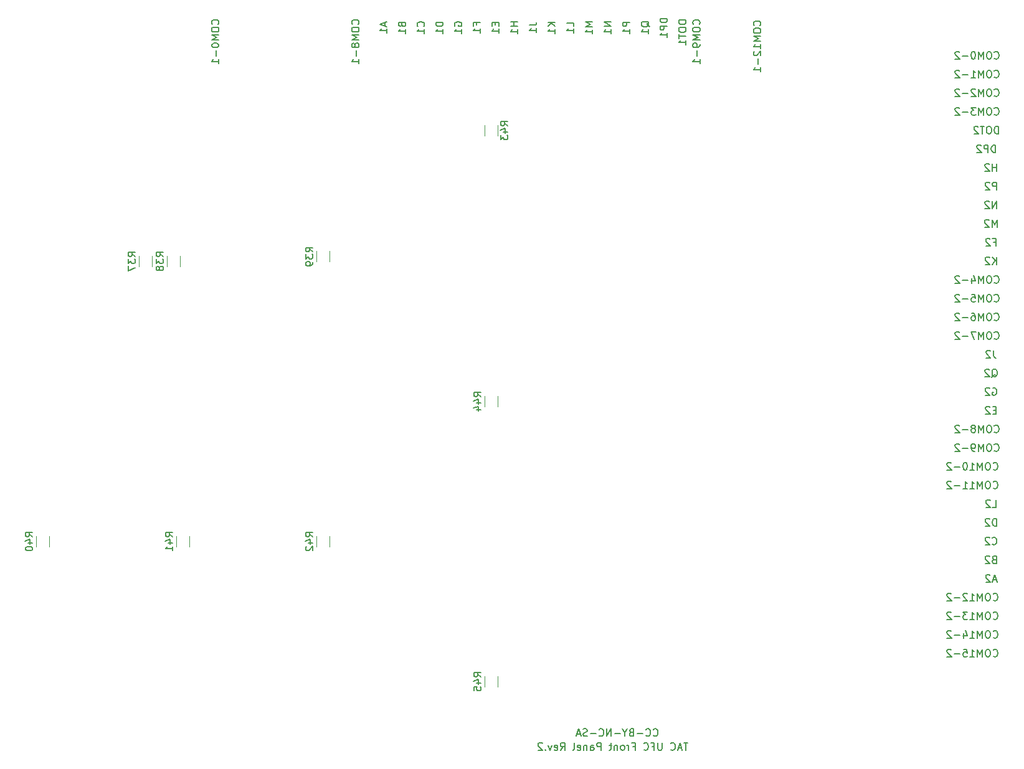
<source format=gbr>
%TF.GenerationSoftware,KiCad,Pcbnew,(5.1.9)-1*%
%TF.CreationDate,2021-06-11T12:31:16-04:00*%
%TF.ProjectId,UFC,5546432e-6b69-4636-9164-5f7063625858,rev?*%
%TF.SameCoordinates,Original*%
%TF.FileFunction,Legend,Bot*%
%TF.FilePolarity,Positive*%
%FSLAX46Y46*%
G04 Gerber Fmt 4.6, Leading zero omitted, Abs format (unit mm)*
G04 Created by KiCad (PCBNEW (5.1.9)-1) date 2021-06-11 12:31:16*
%MOMM*%
%LPD*%
G01*
G04 APERTURE LIST*
%ADD10C,0.150000*%
%ADD11C,0.120000*%
G04 APERTURE END LIST*
D10*
X107672142Y-52887857D02*
X107719761Y-52840238D01*
X107767380Y-52697380D01*
X107767380Y-52602142D01*
X107719761Y-52459285D01*
X107624523Y-52364047D01*
X107529285Y-52316428D01*
X107338809Y-52268809D01*
X107195952Y-52268809D01*
X107005476Y-52316428D01*
X106910238Y-52364047D01*
X106815000Y-52459285D01*
X106767380Y-52602142D01*
X106767380Y-52697380D01*
X106815000Y-52840238D01*
X106862619Y-52887857D01*
X106767380Y-53506904D02*
X106767380Y-53697380D01*
X106815000Y-53792619D01*
X106910238Y-53887857D01*
X107100714Y-53935476D01*
X107434047Y-53935476D01*
X107624523Y-53887857D01*
X107719761Y-53792619D01*
X107767380Y-53697380D01*
X107767380Y-53506904D01*
X107719761Y-53411666D01*
X107624523Y-53316428D01*
X107434047Y-53268809D01*
X107100714Y-53268809D01*
X106910238Y-53316428D01*
X106815000Y-53411666D01*
X106767380Y-53506904D01*
X107767380Y-54364047D02*
X106767380Y-54364047D01*
X107481666Y-54697380D01*
X106767380Y-55030714D01*
X107767380Y-55030714D01*
X106767380Y-55697380D02*
X106767380Y-55792619D01*
X106815000Y-55887857D01*
X106862619Y-55935476D01*
X106957857Y-55983095D01*
X107148333Y-56030714D01*
X107386428Y-56030714D01*
X107576904Y-55983095D01*
X107672142Y-55935476D01*
X107719761Y-55887857D01*
X107767380Y-55792619D01*
X107767380Y-55697380D01*
X107719761Y-55602142D01*
X107672142Y-55554523D01*
X107576904Y-55506904D01*
X107386428Y-55459285D01*
X107148333Y-55459285D01*
X106957857Y-55506904D01*
X106862619Y-55554523D01*
X106815000Y-55602142D01*
X106767380Y-55697380D01*
X107386428Y-56459285D02*
X107386428Y-57221190D01*
X107767380Y-58221190D02*
X107767380Y-57649761D01*
X107767380Y-57935476D02*
X106767380Y-57935476D01*
X106910238Y-57840238D01*
X107005476Y-57745000D01*
X107053095Y-57649761D01*
X126722142Y-52887857D02*
X126769761Y-52840238D01*
X126817380Y-52697380D01*
X126817380Y-52602142D01*
X126769761Y-52459285D01*
X126674523Y-52364047D01*
X126579285Y-52316428D01*
X126388809Y-52268809D01*
X126245952Y-52268809D01*
X126055476Y-52316428D01*
X125960238Y-52364047D01*
X125865000Y-52459285D01*
X125817380Y-52602142D01*
X125817380Y-52697380D01*
X125865000Y-52840238D01*
X125912619Y-52887857D01*
X125817380Y-53506904D02*
X125817380Y-53697380D01*
X125865000Y-53792619D01*
X125960238Y-53887857D01*
X126150714Y-53935476D01*
X126484047Y-53935476D01*
X126674523Y-53887857D01*
X126769761Y-53792619D01*
X126817380Y-53697380D01*
X126817380Y-53506904D01*
X126769761Y-53411666D01*
X126674523Y-53316428D01*
X126484047Y-53268809D01*
X126150714Y-53268809D01*
X125960238Y-53316428D01*
X125865000Y-53411666D01*
X125817380Y-53506904D01*
X126817380Y-54364047D02*
X125817380Y-54364047D01*
X126531666Y-54697380D01*
X125817380Y-55030714D01*
X126817380Y-55030714D01*
X126245952Y-55649761D02*
X126198333Y-55554523D01*
X126150714Y-55506904D01*
X126055476Y-55459285D01*
X126007857Y-55459285D01*
X125912619Y-55506904D01*
X125865000Y-55554523D01*
X125817380Y-55649761D01*
X125817380Y-55840238D01*
X125865000Y-55935476D01*
X125912619Y-55983095D01*
X126007857Y-56030714D01*
X126055476Y-56030714D01*
X126150714Y-55983095D01*
X126198333Y-55935476D01*
X126245952Y-55840238D01*
X126245952Y-55649761D01*
X126293571Y-55554523D01*
X126341190Y-55506904D01*
X126436428Y-55459285D01*
X126626904Y-55459285D01*
X126722142Y-55506904D01*
X126769761Y-55554523D01*
X126817380Y-55649761D01*
X126817380Y-55840238D01*
X126769761Y-55935476D01*
X126722142Y-55983095D01*
X126626904Y-56030714D01*
X126436428Y-56030714D01*
X126341190Y-55983095D01*
X126293571Y-55935476D01*
X126245952Y-55840238D01*
X126436428Y-56459285D02*
X126436428Y-57221190D01*
X126817380Y-58221190D02*
X126817380Y-57649761D01*
X126817380Y-57935476D02*
X125817380Y-57935476D01*
X125960238Y-57840238D01*
X126055476Y-57745000D01*
X126103095Y-57649761D01*
X130341666Y-52625714D02*
X130341666Y-53101904D01*
X130627380Y-52530476D02*
X129627380Y-52863809D01*
X130627380Y-53197142D01*
X130627380Y-54054285D02*
X130627380Y-53482857D01*
X130627380Y-53768571D02*
X129627380Y-53768571D01*
X129770238Y-53673333D01*
X129865476Y-53578095D01*
X129913095Y-53482857D01*
X132643571Y-52935238D02*
X132691190Y-53078095D01*
X132738809Y-53125714D01*
X132834047Y-53173333D01*
X132976904Y-53173333D01*
X133072142Y-53125714D01*
X133119761Y-53078095D01*
X133167380Y-52982857D01*
X133167380Y-52601904D01*
X132167380Y-52601904D01*
X132167380Y-52935238D01*
X132215000Y-53030476D01*
X132262619Y-53078095D01*
X132357857Y-53125714D01*
X132453095Y-53125714D01*
X132548333Y-53078095D01*
X132595952Y-53030476D01*
X132643571Y-52935238D01*
X132643571Y-52601904D01*
X133167380Y-54125714D02*
X133167380Y-53554285D01*
X133167380Y-53840000D02*
X132167380Y-53840000D01*
X132310238Y-53744761D01*
X132405476Y-53649523D01*
X132453095Y-53554285D01*
X135612142Y-53173333D02*
X135659761Y-53125714D01*
X135707380Y-52982857D01*
X135707380Y-52887619D01*
X135659761Y-52744761D01*
X135564523Y-52649523D01*
X135469285Y-52601904D01*
X135278809Y-52554285D01*
X135135952Y-52554285D01*
X134945476Y-52601904D01*
X134850238Y-52649523D01*
X134755000Y-52744761D01*
X134707380Y-52887619D01*
X134707380Y-52982857D01*
X134755000Y-53125714D01*
X134802619Y-53173333D01*
X135707380Y-54125714D02*
X135707380Y-53554285D01*
X135707380Y-53840000D02*
X134707380Y-53840000D01*
X134850238Y-53744761D01*
X134945476Y-53649523D01*
X134993095Y-53554285D01*
X138247380Y-52601904D02*
X137247380Y-52601904D01*
X137247380Y-52840000D01*
X137295000Y-52982857D01*
X137390238Y-53078095D01*
X137485476Y-53125714D01*
X137675952Y-53173333D01*
X137818809Y-53173333D01*
X138009285Y-53125714D01*
X138104523Y-53078095D01*
X138199761Y-52982857D01*
X138247380Y-52840000D01*
X138247380Y-52601904D01*
X138247380Y-54125714D02*
X138247380Y-53554285D01*
X138247380Y-53840000D02*
X137247380Y-53840000D01*
X137390238Y-53744761D01*
X137485476Y-53649523D01*
X137533095Y-53554285D01*
X139835000Y-53125714D02*
X139787380Y-53030476D01*
X139787380Y-52887619D01*
X139835000Y-52744761D01*
X139930238Y-52649523D01*
X140025476Y-52601904D01*
X140215952Y-52554285D01*
X140358809Y-52554285D01*
X140549285Y-52601904D01*
X140644523Y-52649523D01*
X140739761Y-52744761D01*
X140787380Y-52887619D01*
X140787380Y-52982857D01*
X140739761Y-53125714D01*
X140692142Y-53173333D01*
X140358809Y-53173333D01*
X140358809Y-52982857D01*
X140787380Y-54125714D02*
X140787380Y-53554285D01*
X140787380Y-53840000D02*
X139787380Y-53840000D01*
X139930238Y-53744761D01*
X140025476Y-53649523D01*
X140073095Y-53554285D01*
X142803571Y-53006666D02*
X142803571Y-52673333D01*
X143327380Y-52673333D02*
X142327380Y-52673333D01*
X142327380Y-53149523D01*
X143327380Y-54054285D02*
X143327380Y-53482857D01*
X143327380Y-53768571D02*
X142327380Y-53768571D01*
X142470238Y-53673333D01*
X142565476Y-53578095D01*
X142613095Y-53482857D01*
X145343571Y-52649523D02*
X145343571Y-52982857D01*
X145867380Y-53125714D02*
X145867380Y-52649523D01*
X144867380Y-52649523D01*
X144867380Y-53125714D01*
X145867380Y-54078095D02*
X145867380Y-53506666D01*
X145867380Y-53792380D02*
X144867380Y-53792380D01*
X145010238Y-53697142D01*
X145105476Y-53601904D01*
X145153095Y-53506666D01*
X148407380Y-52578095D02*
X147407380Y-52578095D01*
X147883571Y-52578095D02*
X147883571Y-53149523D01*
X148407380Y-53149523D02*
X147407380Y-53149523D01*
X148407380Y-54149523D02*
X148407380Y-53578095D01*
X148407380Y-53863809D02*
X147407380Y-53863809D01*
X147550238Y-53768571D01*
X147645476Y-53673333D01*
X147693095Y-53578095D01*
X149947380Y-53006666D02*
X150661666Y-53006666D01*
X150804523Y-52959047D01*
X150899761Y-52863809D01*
X150947380Y-52720952D01*
X150947380Y-52625714D01*
X150947380Y-54006666D02*
X150947380Y-53435238D01*
X150947380Y-53720952D02*
X149947380Y-53720952D01*
X150090238Y-53625714D01*
X150185476Y-53530476D01*
X150233095Y-53435238D01*
X153487380Y-52601904D02*
X152487380Y-52601904D01*
X153487380Y-53173333D02*
X152915952Y-52744761D01*
X152487380Y-53173333D02*
X153058809Y-52601904D01*
X153487380Y-54125714D02*
X153487380Y-53554285D01*
X153487380Y-53840000D02*
X152487380Y-53840000D01*
X152630238Y-53744761D01*
X152725476Y-53649523D01*
X152773095Y-53554285D01*
X156027380Y-53173333D02*
X156027380Y-52697142D01*
X155027380Y-52697142D01*
X156027380Y-54030476D02*
X156027380Y-53459047D01*
X156027380Y-53744761D02*
X155027380Y-53744761D01*
X155170238Y-53649523D01*
X155265476Y-53554285D01*
X155313095Y-53459047D01*
X158567380Y-52530476D02*
X157567380Y-52530476D01*
X158281666Y-52863809D01*
X157567380Y-53197142D01*
X158567380Y-53197142D01*
X158567380Y-54197142D02*
X158567380Y-53625714D01*
X158567380Y-53911428D02*
X157567380Y-53911428D01*
X157710238Y-53816190D01*
X157805476Y-53720952D01*
X157853095Y-53625714D01*
X161107380Y-52578095D02*
X160107380Y-52578095D01*
X161107380Y-53149523D01*
X160107380Y-53149523D01*
X161107380Y-54149523D02*
X161107380Y-53578095D01*
X161107380Y-53863809D02*
X160107380Y-53863809D01*
X160250238Y-53768571D01*
X160345476Y-53673333D01*
X160393095Y-53578095D01*
X163647380Y-52601904D02*
X162647380Y-52601904D01*
X162647380Y-52982857D01*
X162695000Y-53078095D01*
X162742619Y-53125714D01*
X162837857Y-53173333D01*
X162980714Y-53173333D01*
X163075952Y-53125714D01*
X163123571Y-53078095D01*
X163171190Y-52982857D01*
X163171190Y-52601904D01*
X163647380Y-54125714D02*
X163647380Y-53554285D01*
X163647380Y-53840000D02*
X162647380Y-53840000D01*
X162790238Y-53744761D01*
X162885476Y-53649523D01*
X162933095Y-53554285D01*
X166282619Y-53244761D02*
X166235000Y-53149523D01*
X166139761Y-53054285D01*
X165996904Y-52911428D01*
X165949285Y-52816190D01*
X165949285Y-52720952D01*
X166187380Y-52768571D02*
X166139761Y-52673333D01*
X166044523Y-52578095D01*
X165854047Y-52530476D01*
X165520714Y-52530476D01*
X165330238Y-52578095D01*
X165235000Y-52673333D01*
X165187380Y-52768571D01*
X165187380Y-52959047D01*
X165235000Y-53054285D01*
X165330238Y-53149523D01*
X165520714Y-53197142D01*
X165854047Y-53197142D01*
X166044523Y-53149523D01*
X166139761Y-53054285D01*
X166187380Y-52959047D01*
X166187380Y-52768571D01*
X166187380Y-54149523D02*
X166187380Y-53578095D01*
X166187380Y-53863809D02*
X165187380Y-53863809D01*
X165330238Y-53768571D01*
X165425476Y-53673333D01*
X165473095Y-53578095D01*
X168727380Y-52101904D02*
X167727380Y-52101904D01*
X167727380Y-52340000D01*
X167775000Y-52482857D01*
X167870238Y-52578095D01*
X167965476Y-52625714D01*
X168155952Y-52673333D01*
X168298809Y-52673333D01*
X168489285Y-52625714D01*
X168584523Y-52578095D01*
X168679761Y-52482857D01*
X168727380Y-52340000D01*
X168727380Y-52101904D01*
X168727380Y-53101904D02*
X167727380Y-53101904D01*
X167727380Y-53482857D01*
X167775000Y-53578095D01*
X167822619Y-53625714D01*
X167917857Y-53673333D01*
X168060714Y-53673333D01*
X168155952Y-53625714D01*
X168203571Y-53578095D01*
X168251190Y-53482857D01*
X168251190Y-53101904D01*
X168727380Y-54625714D02*
X168727380Y-54054285D01*
X168727380Y-54340000D02*
X167727380Y-54340000D01*
X167870238Y-54244761D01*
X167965476Y-54149523D01*
X168013095Y-54054285D01*
X173077142Y-52887857D02*
X173124761Y-52840238D01*
X173172380Y-52697380D01*
X173172380Y-52602142D01*
X173124761Y-52459285D01*
X173029523Y-52364047D01*
X172934285Y-52316428D01*
X172743809Y-52268809D01*
X172600952Y-52268809D01*
X172410476Y-52316428D01*
X172315238Y-52364047D01*
X172220000Y-52459285D01*
X172172380Y-52602142D01*
X172172380Y-52697380D01*
X172220000Y-52840238D01*
X172267619Y-52887857D01*
X172172380Y-53506904D02*
X172172380Y-53697380D01*
X172220000Y-53792619D01*
X172315238Y-53887857D01*
X172505714Y-53935476D01*
X172839047Y-53935476D01*
X173029523Y-53887857D01*
X173124761Y-53792619D01*
X173172380Y-53697380D01*
X173172380Y-53506904D01*
X173124761Y-53411666D01*
X173029523Y-53316428D01*
X172839047Y-53268809D01*
X172505714Y-53268809D01*
X172315238Y-53316428D01*
X172220000Y-53411666D01*
X172172380Y-53506904D01*
X173172380Y-54364047D02*
X172172380Y-54364047D01*
X172886666Y-54697380D01*
X172172380Y-55030714D01*
X173172380Y-55030714D01*
X173172380Y-55554523D02*
X173172380Y-55745000D01*
X173124761Y-55840238D01*
X173077142Y-55887857D01*
X172934285Y-55983095D01*
X172743809Y-56030714D01*
X172362857Y-56030714D01*
X172267619Y-55983095D01*
X172220000Y-55935476D01*
X172172380Y-55840238D01*
X172172380Y-55649761D01*
X172220000Y-55554523D01*
X172267619Y-55506904D01*
X172362857Y-55459285D01*
X172600952Y-55459285D01*
X172696190Y-55506904D01*
X172743809Y-55554523D01*
X172791428Y-55649761D01*
X172791428Y-55840238D01*
X172743809Y-55935476D01*
X172696190Y-55983095D01*
X172600952Y-56030714D01*
X172791428Y-56459285D02*
X172791428Y-57221190D01*
X173172380Y-58221190D02*
X173172380Y-57649761D01*
X173172380Y-57935476D02*
X172172380Y-57935476D01*
X172315238Y-57840238D01*
X172410476Y-57745000D01*
X172458095Y-57649761D01*
X171267380Y-52332142D02*
X170267380Y-52332142D01*
X170267380Y-52570238D01*
X170315000Y-52713095D01*
X170410238Y-52808333D01*
X170505476Y-52855952D01*
X170695952Y-52903571D01*
X170838809Y-52903571D01*
X171029285Y-52855952D01*
X171124523Y-52808333D01*
X171219761Y-52713095D01*
X171267380Y-52570238D01*
X171267380Y-52332142D01*
X170267380Y-53522619D02*
X170267380Y-53713095D01*
X170315000Y-53808333D01*
X170410238Y-53903571D01*
X170600714Y-53951190D01*
X170934047Y-53951190D01*
X171124523Y-53903571D01*
X171219761Y-53808333D01*
X171267380Y-53713095D01*
X171267380Y-53522619D01*
X171219761Y-53427380D01*
X171124523Y-53332142D01*
X170934047Y-53284523D01*
X170600714Y-53284523D01*
X170410238Y-53332142D01*
X170315000Y-53427380D01*
X170267380Y-53522619D01*
X170267380Y-54236904D02*
X170267380Y-54808333D01*
X171267380Y-54522619D02*
X170267380Y-54522619D01*
X171267380Y-55665476D02*
X171267380Y-55094047D01*
X171267380Y-55379761D02*
X170267380Y-55379761D01*
X170410238Y-55284523D01*
X170505476Y-55189285D01*
X170553095Y-55094047D01*
X181332142Y-53046666D02*
X181379761Y-52999047D01*
X181427380Y-52856190D01*
X181427380Y-52760952D01*
X181379761Y-52618095D01*
X181284523Y-52522857D01*
X181189285Y-52475238D01*
X180998809Y-52427619D01*
X180855952Y-52427619D01*
X180665476Y-52475238D01*
X180570238Y-52522857D01*
X180475000Y-52618095D01*
X180427380Y-52760952D01*
X180427380Y-52856190D01*
X180475000Y-52999047D01*
X180522619Y-53046666D01*
X180427380Y-53665714D02*
X180427380Y-53856190D01*
X180475000Y-53951428D01*
X180570238Y-54046666D01*
X180760714Y-54094285D01*
X181094047Y-54094285D01*
X181284523Y-54046666D01*
X181379761Y-53951428D01*
X181427380Y-53856190D01*
X181427380Y-53665714D01*
X181379761Y-53570476D01*
X181284523Y-53475238D01*
X181094047Y-53427619D01*
X180760714Y-53427619D01*
X180570238Y-53475238D01*
X180475000Y-53570476D01*
X180427380Y-53665714D01*
X181427380Y-54522857D02*
X180427380Y-54522857D01*
X181141666Y-54856190D01*
X180427380Y-55189523D01*
X181427380Y-55189523D01*
X181427380Y-56189523D02*
X181427380Y-55618095D01*
X181427380Y-55903809D02*
X180427380Y-55903809D01*
X180570238Y-55808571D01*
X180665476Y-55713333D01*
X180713095Y-55618095D01*
X180522619Y-56570476D02*
X180475000Y-56618095D01*
X180427380Y-56713333D01*
X180427380Y-56951428D01*
X180475000Y-57046666D01*
X180522619Y-57094285D01*
X180617857Y-57141904D01*
X180713095Y-57141904D01*
X180855952Y-57094285D01*
X181427380Y-56522857D01*
X181427380Y-57141904D01*
X181046428Y-57570476D02*
X181046428Y-58332380D01*
X181427380Y-59332380D02*
X181427380Y-58760952D01*
X181427380Y-59046666D02*
X180427380Y-59046666D01*
X180570238Y-58951428D01*
X180665476Y-58856190D01*
X180713095Y-58760952D01*
X213177142Y-57507142D02*
X213224761Y-57554761D01*
X213367619Y-57602380D01*
X213462857Y-57602380D01*
X213605714Y-57554761D01*
X213700952Y-57459523D01*
X213748571Y-57364285D01*
X213796190Y-57173809D01*
X213796190Y-57030952D01*
X213748571Y-56840476D01*
X213700952Y-56745238D01*
X213605714Y-56650000D01*
X213462857Y-56602380D01*
X213367619Y-56602380D01*
X213224761Y-56650000D01*
X213177142Y-56697619D01*
X212558095Y-56602380D02*
X212367619Y-56602380D01*
X212272380Y-56650000D01*
X212177142Y-56745238D01*
X212129523Y-56935714D01*
X212129523Y-57269047D01*
X212177142Y-57459523D01*
X212272380Y-57554761D01*
X212367619Y-57602380D01*
X212558095Y-57602380D01*
X212653333Y-57554761D01*
X212748571Y-57459523D01*
X212796190Y-57269047D01*
X212796190Y-56935714D01*
X212748571Y-56745238D01*
X212653333Y-56650000D01*
X212558095Y-56602380D01*
X211700952Y-57602380D02*
X211700952Y-56602380D01*
X211367619Y-57316666D01*
X211034285Y-56602380D01*
X211034285Y-57602380D01*
X210367619Y-56602380D02*
X210272380Y-56602380D01*
X210177142Y-56650000D01*
X210129523Y-56697619D01*
X210081904Y-56792857D01*
X210034285Y-56983333D01*
X210034285Y-57221428D01*
X210081904Y-57411904D01*
X210129523Y-57507142D01*
X210177142Y-57554761D01*
X210272380Y-57602380D01*
X210367619Y-57602380D01*
X210462857Y-57554761D01*
X210510476Y-57507142D01*
X210558095Y-57411904D01*
X210605714Y-57221428D01*
X210605714Y-56983333D01*
X210558095Y-56792857D01*
X210510476Y-56697619D01*
X210462857Y-56650000D01*
X210367619Y-56602380D01*
X209605714Y-57221428D02*
X208843809Y-57221428D01*
X208415238Y-56697619D02*
X208367619Y-56650000D01*
X208272380Y-56602380D01*
X208034285Y-56602380D01*
X207939047Y-56650000D01*
X207891428Y-56697619D01*
X207843809Y-56792857D01*
X207843809Y-56888095D01*
X207891428Y-57030952D01*
X208462857Y-57602380D01*
X207843809Y-57602380D01*
X213177142Y-60047142D02*
X213224761Y-60094761D01*
X213367619Y-60142380D01*
X213462857Y-60142380D01*
X213605714Y-60094761D01*
X213700952Y-59999523D01*
X213748571Y-59904285D01*
X213796190Y-59713809D01*
X213796190Y-59570952D01*
X213748571Y-59380476D01*
X213700952Y-59285238D01*
X213605714Y-59190000D01*
X213462857Y-59142380D01*
X213367619Y-59142380D01*
X213224761Y-59190000D01*
X213177142Y-59237619D01*
X212558095Y-59142380D02*
X212367619Y-59142380D01*
X212272380Y-59190000D01*
X212177142Y-59285238D01*
X212129523Y-59475714D01*
X212129523Y-59809047D01*
X212177142Y-59999523D01*
X212272380Y-60094761D01*
X212367619Y-60142380D01*
X212558095Y-60142380D01*
X212653333Y-60094761D01*
X212748571Y-59999523D01*
X212796190Y-59809047D01*
X212796190Y-59475714D01*
X212748571Y-59285238D01*
X212653333Y-59190000D01*
X212558095Y-59142380D01*
X211700952Y-60142380D02*
X211700952Y-59142380D01*
X211367619Y-59856666D01*
X211034285Y-59142380D01*
X211034285Y-60142380D01*
X210034285Y-60142380D02*
X210605714Y-60142380D01*
X210320000Y-60142380D02*
X210320000Y-59142380D01*
X210415238Y-59285238D01*
X210510476Y-59380476D01*
X210605714Y-59428095D01*
X209605714Y-59761428D02*
X208843809Y-59761428D01*
X208415238Y-59237619D02*
X208367619Y-59190000D01*
X208272380Y-59142380D01*
X208034285Y-59142380D01*
X207939047Y-59190000D01*
X207891428Y-59237619D01*
X207843809Y-59332857D01*
X207843809Y-59428095D01*
X207891428Y-59570952D01*
X208462857Y-60142380D01*
X207843809Y-60142380D01*
X213177142Y-62587142D02*
X213224761Y-62634761D01*
X213367619Y-62682380D01*
X213462857Y-62682380D01*
X213605714Y-62634761D01*
X213700952Y-62539523D01*
X213748571Y-62444285D01*
X213796190Y-62253809D01*
X213796190Y-62110952D01*
X213748571Y-61920476D01*
X213700952Y-61825238D01*
X213605714Y-61730000D01*
X213462857Y-61682380D01*
X213367619Y-61682380D01*
X213224761Y-61730000D01*
X213177142Y-61777619D01*
X212558095Y-61682380D02*
X212367619Y-61682380D01*
X212272380Y-61730000D01*
X212177142Y-61825238D01*
X212129523Y-62015714D01*
X212129523Y-62349047D01*
X212177142Y-62539523D01*
X212272380Y-62634761D01*
X212367619Y-62682380D01*
X212558095Y-62682380D01*
X212653333Y-62634761D01*
X212748571Y-62539523D01*
X212796190Y-62349047D01*
X212796190Y-62015714D01*
X212748571Y-61825238D01*
X212653333Y-61730000D01*
X212558095Y-61682380D01*
X211700952Y-62682380D02*
X211700952Y-61682380D01*
X211367619Y-62396666D01*
X211034285Y-61682380D01*
X211034285Y-62682380D01*
X210605714Y-61777619D02*
X210558095Y-61730000D01*
X210462857Y-61682380D01*
X210224761Y-61682380D01*
X210129523Y-61730000D01*
X210081904Y-61777619D01*
X210034285Y-61872857D01*
X210034285Y-61968095D01*
X210081904Y-62110952D01*
X210653333Y-62682380D01*
X210034285Y-62682380D01*
X209605714Y-62301428D02*
X208843809Y-62301428D01*
X208415238Y-61777619D02*
X208367619Y-61730000D01*
X208272380Y-61682380D01*
X208034285Y-61682380D01*
X207939047Y-61730000D01*
X207891428Y-61777619D01*
X207843809Y-61872857D01*
X207843809Y-61968095D01*
X207891428Y-62110952D01*
X208462857Y-62682380D01*
X207843809Y-62682380D01*
X213177142Y-65127142D02*
X213224761Y-65174761D01*
X213367619Y-65222380D01*
X213462857Y-65222380D01*
X213605714Y-65174761D01*
X213700952Y-65079523D01*
X213748571Y-64984285D01*
X213796190Y-64793809D01*
X213796190Y-64650952D01*
X213748571Y-64460476D01*
X213700952Y-64365238D01*
X213605714Y-64270000D01*
X213462857Y-64222380D01*
X213367619Y-64222380D01*
X213224761Y-64270000D01*
X213177142Y-64317619D01*
X212558095Y-64222380D02*
X212367619Y-64222380D01*
X212272380Y-64270000D01*
X212177142Y-64365238D01*
X212129523Y-64555714D01*
X212129523Y-64889047D01*
X212177142Y-65079523D01*
X212272380Y-65174761D01*
X212367619Y-65222380D01*
X212558095Y-65222380D01*
X212653333Y-65174761D01*
X212748571Y-65079523D01*
X212796190Y-64889047D01*
X212796190Y-64555714D01*
X212748571Y-64365238D01*
X212653333Y-64270000D01*
X212558095Y-64222380D01*
X211700952Y-65222380D02*
X211700952Y-64222380D01*
X211367619Y-64936666D01*
X211034285Y-64222380D01*
X211034285Y-65222380D01*
X210653333Y-64222380D02*
X210034285Y-64222380D01*
X210367619Y-64603333D01*
X210224761Y-64603333D01*
X210129523Y-64650952D01*
X210081904Y-64698571D01*
X210034285Y-64793809D01*
X210034285Y-65031904D01*
X210081904Y-65127142D01*
X210129523Y-65174761D01*
X210224761Y-65222380D01*
X210510476Y-65222380D01*
X210605714Y-65174761D01*
X210653333Y-65127142D01*
X209605714Y-64841428D02*
X208843809Y-64841428D01*
X208415238Y-64317619D02*
X208367619Y-64270000D01*
X208272380Y-64222380D01*
X208034285Y-64222380D01*
X207939047Y-64270000D01*
X207891428Y-64317619D01*
X207843809Y-64412857D01*
X207843809Y-64508095D01*
X207891428Y-64650952D01*
X208462857Y-65222380D01*
X207843809Y-65222380D01*
X213732857Y-67762380D02*
X213732857Y-66762380D01*
X213494761Y-66762380D01*
X213351904Y-66810000D01*
X213256666Y-66905238D01*
X213209047Y-67000476D01*
X213161428Y-67190952D01*
X213161428Y-67333809D01*
X213209047Y-67524285D01*
X213256666Y-67619523D01*
X213351904Y-67714761D01*
X213494761Y-67762380D01*
X213732857Y-67762380D01*
X212542380Y-66762380D02*
X212351904Y-66762380D01*
X212256666Y-66810000D01*
X212161428Y-66905238D01*
X212113809Y-67095714D01*
X212113809Y-67429047D01*
X212161428Y-67619523D01*
X212256666Y-67714761D01*
X212351904Y-67762380D01*
X212542380Y-67762380D01*
X212637619Y-67714761D01*
X212732857Y-67619523D01*
X212780476Y-67429047D01*
X212780476Y-67095714D01*
X212732857Y-66905238D01*
X212637619Y-66810000D01*
X212542380Y-66762380D01*
X211828095Y-66762380D02*
X211256666Y-66762380D01*
X211542380Y-67762380D02*
X211542380Y-66762380D01*
X210970952Y-66857619D02*
X210923333Y-66810000D01*
X210828095Y-66762380D01*
X210590000Y-66762380D01*
X210494761Y-66810000D01*
X210447142Y-66857619D01*
X210399523Y-66952857D01*
X210399523Y-67048095D01*
X210447142Y-67190952D01*
X211018571Y-67762380D01*
X210399523Y-67762380D01*
X213328095Y-70302380D02*
X213328095Y-69302380D01*
X213090000Y-69302380D01*
X212947142Y-69350000D01*
X212851904Y-69445238D01*
X212804285Y-69540476D01*
X212756666Y-69730952D01*
X212756666Y-69873809D01*
X212804285Y-70064285D01*
X212851904Y-70159523D01*
X212947142Y-70254761D01*
X213090000Y-70302380D01*
X213328095Y-70302380D01*
X212328095Y-70302380D02*
X212328095Y-69302380D01*
X211947142Y-69302380D01*
X211851904Y-69350000D01*
X211804285Y-69397619D01*
X211756666Y-69492857D01*
X211756666Y-69635714D01*
X211804285Y-69730952D01*
X211851904Y-69778571D01*
X211947142Y-69826190D01*
X212328095Y-69826190D01*
X211375714Y-69397619D02*
X211328095Y-69350000D01*
X211232857Y-69302380D01*
X210994761Y-69302380D01*
X210899523Y-69350000D01*
X210851904Y-69397619D01*
X210804285Y-69492857D01*
X210804285Y-69588095D01*
X210851904Y-69730952D01*
X211423333Y-70302380D01*
X210804285Y-70302380D01*
X213486904Y-72842380D02*
X213486904Y-71842380D01*
X213486904Y-72318571D02*
X212915476Y-72318571D01*
X212915476Y-72842380D02*
X212915476Y-71842380D01*
X212486904Y-71937619D02*
X212439285Y-71890000D01*
X212344047Y-71842380D01*
X212105952Y-71842380D01*
X212010714Y-71890000D01*
X211963095Y-71937619D01*
X211915476Y-72032857D01*
X211915476Y-72128095D01*
X211963095Y-72270952D01*
X212534523Y-72842380D01*
X211915476Y-72842380D01*
X213463095Y-75382380D02*
X213463095Y-74382380D01*
X213082142Y-74382380D01*
X212986904Y-74430000D01*
X212939285Y-74477619D01*
X212891666Y-74572857D01*
X212891666Y-74715714D01*
X212939285Y-74810952D01*
X212986904Y-74858571D01*
X213082142Y-74906190D01*
X213463095Y-74906190D01*
X212510714Y-74477619D02*
X212463095Y-74430000D01*
X212367857Y-74382380D01*
X212129761Y-74382380D01*
X212034523Y-74430000D01*
X211986904Y-74477619D01*
X211939285Y-74572857D01*
X211939285Y-74668095D01*
X211986904Y-74810952D01*
X212558333Y-75382380D01*
X211939285Y-75382380D01*
X213486904Y-77922380D02*
X213486904Y-76922380D01*
X212915476Y-77922380D01*
X212915476Y-76922380D01*
X212486904Y-77017619D02*
X212439285Y-76970000D01*
X212344047Y-76922380D01*
X212105952Y-76922380D01*
X212010714Y-76970000D01*
X211963095Y-77017619D01*
X211915476Y-77112857D01*
X211915476Y-77208095D01*
X211963095Y-77350952D01*
X212534523Y-77922380D01*
X211915476Y-77922380D01*
X213534523Y-80462380D02*
X213534523Y-79462380D01*
X213201190Y-80176666D01*
X212867857Y-79462380D01*
X212867857Y-80462380D01*
X212439285Y-79557619D02*
X212391666Y-79510000D01*
X212296428Y-79462380D01*
X212058333Y-79462380D01*
X211963095Y-79510000D01*
X211915476Y-79557619D01*
X211867857Y-79652857D01*
X211867857Y-79748095D01*
X211915476Y-79890952D01*
X212486904Y-80462380D01*
X211867857Y-80462380D01*
X213058333Y-82478571D02*
X213391666Y-82478571D01*
X213391666Y-83002380D02*
X213391666Y-82002380D01*
X212915476Y-82002380D01*
X212582142Y-82097619D02*
X212534523Y-82050000D01*
X212439285Y-82002380D01*
X212201190Y-82002380D01*
X212105952Y-82050000D01*
X212058333Y-82097619D01*
X212010714Y-82192857D01*
X212010714Y-82288095D01*
X212058333Y-82430952D01*
X212629761Y-83002380D01*
X212010714Y-83002380D01*
X213463095Y-85542380D02*
X213463095Y-84542380D01*
X212891666Y-85542380D02*
X213320238Y-84970952D01*
X212891666Y-84542380D02*
X213463095Y-85113809D01*
X212510714Y-84637619D02*
X212463095Y-84590000D01*
X212367857Y-84542380D01*
X212129761Y-84542380D01*
X212034523Y-84590000D01*
X211986904Y-84637619D01*
X211939285Y-84732857D01*
X211939285Y-84828095D01*
X211986904Y-84970952D01*
X212558333Y-85542380D01*
X211939285Y-85542380D01*
X213177142Y-87987142D02*
X213224761Y-88034761D01*
X213367619Y-88082380D01*
X213462857Y-88082380D01*
X213605714Y-88034761D01*
X213700952Y-87939523D01*
X213748571Y-87844285D01*
X213796190Y-87653809D01*
X213796190Y-87510952D01*
X213748571Y-87320476D01*
X213700952Y-87225238D01*
X213605714Y-87130000D01*
X213462857Y-87082380D01*
X213367619Y-87082380D01*
X213224761Y-87130000D01*
X213177142Y-87177619D01*
X212558095Y-87082380D02*
X212367619Y-87082380D01*
X212272380Y-87130000D01*
X212177142Y-87225238D01*
X212129523Y-87415714D01*
X212129523Y-87749047D01*
X212177142Y-87939523D01*
X212272380Y-88034761D01*
X212367619Y-88082380D01*
X212558095Y-88082380D01*
X212653333Y-88034761D01*
X212748571Y-87939523D01*
X212796190Y-87749047D01*
X212796190Y-87415714D01*
X212748571Y-87225238D01*
X212653333Y-87130000D01*
X212558095Y-87082380D01*
X211700952Y-88082380D02*
X211700952Y-87082380D01*
X211367619Y-87796666D01*
X211034285Y-87082380D01*
X211034285Y-88082380D01*
X210129523Y-87415714D02*
X210129523Y-88082380D01*
X210367619Y-87034761D02*
X210605714Y-87749047D01*
X209986666Y-87749047D01*
X209605714Y-87701428D02*
X208843809Y-87701428D01*
X208415238Y-87177619D02*
X208367619Y-87130000D01*
X208272380Y-87082380D01*
X208034285Y-87082380D01*
X207939047Y-87130000D01*
X207891428Y-87177619D01*
X207843809Y-87272857D01*
X207843809Y-87368095D01*
X207891428Y-87510952D01*
X208462857Y-88082380D01*
X207843809Y-88082380D01*
X213177142Y-90527142D02*
X213224761Y-90574761D01*
X213367619Y-90622380D01*
X213462857Y-90622380D01*
X213605714Y-90574761D01*
X213700952Y-90479523D01*
X213748571Y-90384285D01*
X213796190Y-90193809D01*
X213796190Y-90050952D01*
X213748571Y-89860476D01*
X213700952Y-89765238D01*
X213605714Y-89670000D01*
X213462857Y-89622380D01*
X213367619Y-89622380D01*
X213224761Y-89670000D01*
X213177142Y-89717619D01*
X212558095Y-89622380D02*
X212367619Y-89622380D01*
X212272380Y-89670000D01*
X212177142Y-89765238D01*
X212129523Y-89955714D01*
X212129523Y-90289047D01*
X212177142Y-90479523D01*
X212272380Y-90574761D01*
X212367619Y-90622380D01*
X212558095Y-90622380D01*
X212653333Y-90574761D01*
X212748571Y-90479523D01*
X212796190Y-90289047D01*
X212796190Y-89955714D01*
X212748571Y-89765238D01*
X212653333Y-89670000D01*
X212558095Y-89622380D01*
X211700952Y-90622380D02*
X211700952Y-89622380D01*
X211367619Y-90336666D01*
X211034285Y-89622380D01*
X211034285Y-90622380D01*
X210081904Y-89622380D02*
X210558095Y-89622380D01*
X210605714Y-90098571D01*
X210558095Y-90050952D01*
X210462857Y-90003333D01*
X210224761Y-90003333D01*
X210129523Y-90050952D01*
X210081904Y-90098571D01*
X210034285Y-90193809D01*
X210034285Y-90431904D01*
X210081904Y-90527142D01*
X210129523Y-90574761D01*
X210224761Y-90622380D01*
X210462857Y-90622380D01*
X210558095Y-90574761D01*
X210605714Y-90527142D01*
X209605714Y-90241428D02*
X208843809Y-90241428D01*
X208415238Y-89717619D02*
X208367619Y-89670000D01*
X208272380Y-89622380D01*
X208034285Y-89622380D01*
X207939047Y-89670000D01*
X207891428Y-89717619D01*
X207843809Y-89812857D01*
X207843809Y-89908095D01*
X207891428Y-90050952D01*
X208462857Y-90622380D01*
X207843809Y-90622380D01*
X213177142Y-93067142D02*
X213224761Y-93114761D01*
X213367619Y-93162380D01*
X213462857Y-93162380D01*
X213605714Y-93114761D01*
X213700952Y-93019523D01*
X213748571Y-92924285D01*
X213796190Y-92733809D01*
X213796190Y-92590952D01*
X213748571Y-92400476D01*
X213700952Y-92305238D01*
X213605714Y-92210000D01*
X213462857Y-92162380D01*
X213367619Y-92162380D01*
X213224761Y-92210000D01*
X213177142Y-92257619D01*
X212558095Y-92162380D02*
X212367619Y-92162380D01*
X212272380Y-92210000D01*
X212177142Y-92305238D01*
X212129523Y-92495714D01*
X212129523Y-92829047D01*
X212177142Y-93019523D01*
X212272380Y-93114761D01*
X212367619Y-93162380D01*
X212558095Y-93162380D01*
X212653333Y-93114761D01*
X212748571Y-93019523D01*
X212796190Y-92829047D01*
X212796190Y-92495714D01*
X212748571Y-92305238D01*
X212653333Y-92210000D01*
X212558095Y-92162380D01*
X211700952Y-93162380D02*
X211700952Y-92162380D01*
X211367619Y-92876666D01*
X211034285Y-92162380D01*
X211034285Y-93162380D01*
X210129523Y-92162380D02*
X210320000Y-92162380D01*
X210415238Y-92210000D01*
X210462857Y-92257619D01*
X210558095Y-92400476D01*
X210605714Y-92590952D01*
X210605714Y-92971904D01*
X210558095Y-93067142D01*
X210510476Y-93114761D01*
X210415238Y-93162380D01*
X210224761Y-93162380D01*
X210129523Y-93114761D01*
X210081904Y-93067142D01*
X210034285Y-92971904D01*
X210034285Y-92733809D01*
X210081904Y-92638571D01*
X210129523Y-92590952D01*
X210224761Y-92543333D01*
X210415238Y-92543333D01*
X210510476Y-92590952D01*
X210558095Y-92638571D01*
X210605714Y-92733809D01*
X209605714Y-92781428D02*
X208843809Y-92781428D01*
X208415238Y-92257619D02*
X208367619Y-92210000D01*
X208272380Y-92162380D01*
X208034285Y-92162380D01*
X207939047Y-92210000D01*
X207891428Y-92257619D01*
X207843809Y-92352857D01*
X207843809Y-92448095D01*
X207891428Y-92590952D01*
X208462857Y-93162380D01*
X207843809Y-93162380D01*
X213177142Y-95607142D02*
X213224761Y-95654761D01*
X213367619Y-95702380D01*
X213462857Y-95702380D01*
X213605714Y-95654761D01*
X213700952Y-95559523D01*
X213748571Y-95464285D01*
X213796190Y-95273809D01*
X213796190Y-95130952D01*
X213748571Y-94940476D01*
X213700952Y-94845238D01*
X213605714Y-94750000D01*
X213462857Y-94702380D01*
X213367619Y-94702380D01*
X213224761Y-94750000D01*
X213177142Y-94797619D01*
X212558095Y-94702380D02*
X212367619Y-94702380D01*
X212272380Y-94750000D01*
X212177142Y-94845238D01*
X212129523Y-95035714D01*
X212129523Y-95369047D01*
X212177142Y-95559523D01*
X212272380Y-95654761D01*
X212367619Y-95702380D01*
X212558095Y-95702380D01*
X212653333Y-95654761D01*
X212748571Y-95559523D01*
X212796190Y-95369047D01*
X212796190Y-95035714D01*
X212748571Y-94845238D01*
X212653333Y-94750000D01*
X212558095Y-94702380D01*
X211700952Y-95702380D02*
X211700952Y-94702380D01*
X211367619Y-95416666D01*
X211034285Y-94702380D01*
X211034285Y-95702380D01*
X210653333Y-94702380D02*
X209986666Y-94702380D01*
X210415238Y-95702380D01*
X209605714Y-95321428D02*
X208843809Y-95321428D01*
X208415238Y-94797619D02*
X208367619Y-94750000D01*
X208272380Y-94702380D01*
X208034285Y-94702380D01*
X207939047Y-94750000D01*
X207891428Y-94797619D01*
X207843809Y-94892857D01*
X207843809Y-94988095D01*
X207891428Y-95130952D01*
X208462857Y-95702380D01*
X207843809Y-95702380D01*
X213058333Y-97242380D02*
X213058333Y-97956666D01*
X213105952Y-98099523D01*
X213201190Y-98194761D01*
X213344047Y-98242380D01*
X213439285Y-98242380D01*
X212629761Y-97337619D02*
X212582142Y-97290000D01*
X212486904Y-97242380D01*
X212248809Y-97242380D01*
X212153571Y-97290000D01*
X212105952Y-97337619D01*
X212058333Y-97432857D01*
X212058333Y-97528095D01*
X212105952Y-97670952D01*
X212677380Y-98242380D01*
X212058333Y-98242380D01*
X212820238Y-100877619D02*
X212915476Y-100830000D01*
X213010714Y-100734761D01*
X213153571Y-100591904D01*
X213248809Y-100544285D01*
X213344047Y-100544285D01*
X213296428Y-100782380D02*
X213391666Y-100734761D01*
X213486904Y-100639523D01*
X213534523Y-100449047D01*
X213534523Y-100115714D01*
X213486904Y-99925238D01*
X213391666Y-99830000D01*
X213296428Y-99782380D01*
X213105952Y-99782380D01*
X213010714Y-99830000D01*
X212915476Y-99925238D01*
X212867857Y-100115714D01*
X212867857Y-100449047D01*
X212915476Y-100639523D01*
X213010714Y-100734761D01*
X213105952Y-100782380D01*
X213296428Y-100782380D01*
X212486904Y-99877619D02*
X212439285Y-99830000D01*
X212344047Y-99782380D01*
X212105952Y-99782380D01*
X212010714Y-99830000D01*
X211963095Y-99877619D01*
X211915476Y-99972857D01*
X211915476Y-100068095D01*
X211963095Y-100210952D01*
X212534523Y-100782380D01*
X211915476Y-100782380D01*
X212939285Y-102370000D02*
X213034523Y-102322380D01*
X213177380Y-102322380D01*
X213320238Y-102370000D01*
X213415476Y-102465238D01*
X213463095Y-102560476D01*
X213510714Y-102750952D01*
X213510714Y-102893809D01*
X213463095Y-103084285D01*
X213415476Y-103179523D01*
X213320238Y-103274761D01*
X213177380Y-103322380D01*
X213082142Y-103322380D01*
X212939285Y-103274761D01*
X212891666Y-103227142D01*
X212891666Y-102893809D01*
X213082142Y-102893809D01*
X212510714Y-102417619D02*
X212463095Y-102370000D01*
X212367857Y-102322380D01*
X212129761Y-102322380D01*
X212034523Y-102370000D01*
X211986904Y-102417619D01*
X211939285Y-102512857D01*
X211939285Y-102608095D01*
X211986904Y-102750952D01*
X212558333Y-103322380D01*
X211939285Y-103322380D01*
X213415476Y-105338571D02*
X213082142Y-105338571D01*
X212939285Y-105862380D02*
X213415476Y-105862380D01*
X213415476Y-104862380D01*
X212939285Y-104862380D01*
X212558333Y-104957619D02*
X212510714Y-104910000D01*
X212415476Y-104862380D01*
X212177380Y-104862380D01*
X212082142Y-104910000D01*
X212034523Y-104957619D01*
X211986904Y-105052857D01*
X211986904Y-105148095D01*
X212034523Y-105290952D01*
X212605952Y-105862380D01*
X211986904Y-105862380D01*
X213177142Y-108307142D02*
X213224761Y-108354761D01*
X213367619Y-108402380D01*
X213462857Y-108402380D01*
X213605714Y-108354761D01*
X213700952Y-108259523D01*
X213748571Y-108164285D01*
X213796190Y-107973809D01*
X213796190Y-107830952D01*
X213748571Y-107640476D01*
X213700952Y-107545238D01*
X213605714Y-107450000D01*
X213462857Y-107402380D01*
X213367619Y-107402380D01*
X213224761Y-107450000D01*
X213177142Y-107497619D01*
X212558095Y-107402380D02*
X212367619Y-107402380D01*
X212272380Y-107450000D01*
X212177142Y-107545238D01*
X212129523Y-107735714D01*
X212129523Y-108069047D01*
X212177142Y-108259523D01*
X212272380Y-108354761D01*
X212367619Y-108402380D01*
X212558095Y-108402380D01*
X212653333Y-108354761D01*
X212748571Y-108259523D01*
X212796190Y-108069047D01*
X212796190Y-107735714D01*
X212748571Y-107545238D01*
X212653333Y-107450000D01*
X212558095Y-107402380D01*
X211700952Y-108402380D02*
X211700952Y-107402380D01*
X211367619Y-108116666D01*
X211034285Y-107402380D01*
X211034285Y-108402380D01*
X210415238Y-107830952D02*
X210510476Y-107783333D01*
X210558095Y-107735714D01*
X210605714Y-107640476D01*
X210605714Y-107592857D01*
X210558095Y-107497619D01*
X210510476Y-107450000D01*
X210415238Y-107402380D01*
X210224761Y-107402380D01*
X210129523Y-107450000D01*
X210081904Y-107497619D01*
X210034285Y-107592857D01*
X210034285Y-107640476D01*
X210081904Y-107735714D01*
X210129523Y-107783333D01*
X210224761Y-107830952D01*
X210415238Y-107830952D01*
X210510476Y-107878571D01*
X210558095Y-107926190D01*
X210605714Y-108021428D01*
X210605714Y-108211904D01*
X210558095Y-108307142D01*
X210510476Y-108354761D01*
X210415238Y-108402380D01*
X210224761Y-108402380D01*
X210129523Y-108354761D01*
X210081904Y-108307142D01*
X210034285Y-108211904D01*
X210034285Y-108021428D01*
X210081904Y-107926190D01*
X210129523Y-107878571D01*
X210224761Y-107830952D01*
X209605714Y-108021428D02*
X208843809Y-108021428D01*
X208415238Y-107497619D02*
X208367619Y-107450000D01*
X208272380Y-107402380D01*
X208034285Y-107402380D01*
X207939047Y-107450000D01*
X207891428Y-107497619D01*
X207843809Y-107592857D01*
X207843809Y-107688095D01*
X207891428Y-107830952D01*
X208462857Y-108402380D01*
X207843809Y-108402380D01*
X213177142Y-110847142D02*
X213224761Y-110894761D01*
X213367619Y-110942380D01*
X213462857Y-110942380D01*
X213605714Y-110894761D01*
X213700952Y-110799523D01*
X213748571Y-110704285D01*
X213796190Y-110513809D01*
X213796190Y-110370952D01*
X213748571Y-110180476D01*
X213700952Y-110085238D01*
X213605714Y-109990000D01*
X213462857Y-109942380D01*
X213367619Y-109942380D01*
X213224761Y-109990000D01*
X213177142Y-110037619D01*
X212558095Y-109942380D02*
X212367619Y-109942380D01*
X212272380Y-109990000D01*
X212177142Y-110085238D01*
X212129523Y-110275714D01*
X212129523Y-110609047D01*
X212177142Y-110799523D01*
X212272380Y-110894761D01*
X212367619Y-110942380D01*
X212558095Y-110942380D01*
X212653333Y-110894761D01*
X212748571Y-110799523D01*
X212796190Y-110609047D01*
X212796190Y-110275714D01*
X212748571Y-110085238D01*
X212653333Y-109990000D01*
X212558095Y-109942380D01*
X211700952Y-110942380D02*
X211700952Y-109942380D01*
X211367619Y-110656666D01*
X211034285Y-109942380D01*
X211034285Y-110942380D01*
X210510476Y-110942380D02*
X210320000Y-110942380D01*
X210224761Y-110894761D01*
X210177142Y-110847142D01*
X210081904Y-110704285D01*
X210034285Y-110513809D01*
X210034285Y-110132857D01*
X210081904Y-110037619D01*
X210129523Y-109990000D01*
X210224761Y-109942380D01*
X210415238Y-109942380D01*
X210510476Y-109990000D01*
X210558095Y-110037619D01*
X210605714Y-110132857D01*
X210605714Y-110370952D01*
X210558095Y-110466190D01*
X210510476Y-110513809D01*
X210415238Y-110561428D01*
X210224761Y-110561428D01*
X210129523Y-110513809D01*
X210081904Y-110466190D01*
X210034285Y-110370952D01*
X209605714Y-110561428D02*
X208843809Y-110561428D01*
X208415238Y-110037619D02*
X208367619Y-109990000D01*
X208272380Y-109942380D01*
X208034285Y-109942380D01*
X207939047Y-109990000D01*
X207891428Y-110037619D01*
X207843809Y-110132857D01*
X207843809Y-110228095D01*
X207891428Y-110370952D01*
X208462857Y-110942380D01*
X207843809Y-110942380D01*
X213018333Y-113387142D02*
X213065952Y-113434761D01*
X213208809Y-113482380D01*
X213304047Y-113482380D01*
X213446904Y-113434761D01*
X213542142Y-113339523D01*
X213589761Y-113244285D01*
X213637380Y-113053809D01*
X213637380Y-112910952D01*
X213589761Y-112720476D01*
X213542142Y-112625238D01*
X213446904Y-112530000D01*
X213304047Y-112482380D01*
X213208809Y-112482380D01*
X213065952Y-112530000D01*
X213018333Y-112577619D01*
X212399285Y-112482380D02*
X212208809Y-112482380D01*
X212113571Y-112530000D01*
X212018333Y-112625238D01*
X211970714Y-112815714D01*
X211970714Y-113149047D01*
X212018333Y-113339523D01*
X212113571Y-113434761D01*
X212208809Y-113482380D01*
X212399285Y-113482380D01*
X212494523Y-113434761D01*
X212589761Y-113339523D01*
X212637380Y-113149047D01*
X212637380Y-112815714D01*
X212589761Y-112625238D01*
X212494523Y-112530000D01*
X212399285Y-112482380D01*
X211542142Y-113482380D02*
X211542142Y-112482380D01*
X211208809Y-113196666D01*
X210875476Y-112482380D01*
X210875476Y-113482380D01*
X209875476Y-113482380D02*
X210446904Y-113482380D01*
X210161190Y-113482380D02*
X210161190Y-112482380D01*
X210256428Y-112625238D01*
X210351666Y-112720476D01*
X210446904Y-112768095D01*
X209256428Y-112482380D02*
X209161190Y-112482380D01*
X209065952Y-112530000D01*
X209018333Y-112577619D01*
X208970714Y-112672857D01*
X208923095Y-112863333D01*
X208923095Y-113101428D01*
X208970714Y-113291904D01*
X209018333Y-113387142D01*
X209065952Y-113434761D01*
X209161190Y-113482380D01*
X209256428Y-113482380D01*
X209351666Y-113434761D01*
X209399285Y-113387142D01*
X209446904Y-113291904D01*
X209494523Y-113101428D01*
X209494523Y-112863333D01*
X209446904Y-112672857D01*
X209399285Y-112577619D01*
X209351666Y-112530000D01*
X209256428Y-112482380D01*
X208494523Y-113101428D02*
X207732619Y-113101428D01*
X207304047Y-112577619D02*
X207256428Y-112530000D01*
X207161190Y-112482380D01*
X206923095Y-112482380D01*
X206827857Y-112530000D01*
X206780238Y-112577619D01*
X206732619Y-112672857D01*
X206732619Y-112768095D01*
X206780238Y-112910952D01*
X207351666Y-113482380D01*
X206732619Y-113482380D01*
X213018333Y-115927142D02*
X213065952Y-115974761D01*
X213208809Y-116022380D01*
X213304047Y-116022380D01*
X213446904Y-115974761D01*
X213542142Y-115879523D01*
X213589761Y-115784285D01*
X213637380Y-115593809D01*
X213637380Y-115450952D01*
X213589761Y-115260476D01*
X213542142Y-115165238D01*
X213446904Y-115070000D01*
X213304047Y-115022380D01*
X213208809Y-115022380D01*
X213065952Y-115070000D01*
X213018333Y-115117619D01*
X212399285Y-115022380D02*
X212208809Y-115022380D01*
X212113571Y-115070000D01*
X212018333Y-115165238D01*
X211970714Y-115355714D01*
X211970714Y-115689047D01*
X212018333Y-115879523D01*
X212113571Y-115974761D01*
X212208809Y-116022380D01*
X212399285Y-116022380D01*
X212494523Y-115974761D01*
X212589761Y-115879523D01*
X212637380Y-115689047D01*
X212637380Y-115355714D01*
X212589761Y-115165238D01*
X212494523Y-115070000D01*
X212399285Y-115022380D01*
X211542142Y-116022380D02*
X211542142Y-115022380D01*
X211208809Y-115736666D01*
X210875476Y-115022380D01*
X210875476Y-116022380D01*
X209875476Y-116022380D02*
X210446904Y-116022380D01*
X210161190Y-116022380D02*
X210161190Y-115022380D01*
X210256428Y-115165238D01*
X210351666Y-115260476D01*
X210446904Y-115308095D01*
X208923095Y-116022380D02*
X209494523Y-116022380D01*
X209208809Y-116022380D02*
X209208809Y-115022380D01*
X209304047Y-115165238D01*
X209399285Y-115260476D01*
X209494523Y-115308095D01*
X208494523Y-115641428D02*
X207732619Y-115641428D01*
X207304047Y-115117619D02*
X207256428Y-115070000D01*
X207161190Y-115022380D01*
X206923095Y-115022380D01*
X206827857Y-115070000D01*
X206780238Y-115117619D01*
X206732619Y-115212857D01*
X206732619Y-115308095D01*
X206780238Y-115450952D01*
X207351666Y-116022380D01*
X206732619Y-116022380D01*
X212891666Y-118562380D02*
X213367857Y-118562380D01*
X213367857Y-117562380D01*
X212605952Y-117657619D02*
X212558333Y-117610000D01*
X212463095Y-117562380D01*
X212225000Y-117562380D01*
X212129761Y-117610000D01*
X212082142Y-117657619D01*
X212034523Y-117752857D01*
X212034523Y-117848095D01*
X212082142Y-117990952D01*
X212653571Y-118562380D01*
X212034523Y-118562380D01*
X213463095Y-121102380D02*
X213463095Y-120102380D01*
X213225000Y-120102380D01*
X213082142Y-120150000D01*
X212986904Y-120245238D01*
X212939285Y-120340476D01*
X212891666Y-120530952D01*
X212891666Y-120673809D01*
X212939285Y-120864285D01*
X212986904Y-120959523D01*
X213082142Y-121054761D01*
X213225000Y-121102380D01*
X213463095Y-121102380D01*
X212510714Y-120197619D02*
X212463095Y-120150000D01*
X212367857Y-120102380D01*
X212129761Y-120102380D01*
X212034523Y-120150000D01*
X211986904Y-120197619D01*
X211939285Y-120292857D01*
X211939285Y-120388095D01*
X211986904Y-120530952D01*
X212558333Y-121102380D01*
X211939285Y-121102380D01*
X212891666Y-123547142D02*
X212939285Y-123594761D01*
X213082142Y-123642380D01*
X213177380Y-123642380D01*
X213320238Y-123594761D01*
X213415476Y-123499523D01*
X213463095Y-123404285D01*
X213510714Y-123213809D01*
X213510714Y-123070952D01*
X213463095Y-122880476D01*
X213415476Y-122785238D01*
X213320238Y-122690000D01*
X213177380Y-122642380D01*
X213082142Y-122642380D01*
X212939285Y-122690000D01*
X212891666Y-122737619D01*
X212510714Y-122737619D02*
X212463095Y-122690000D01*
X212367857Y-122642380D01*
X212129761Y-122642380D01*
X212034523Y-122690000D01*
X211986904Y-122737619D01*
X211939285Y-122832857D01*
X211939285Y-122928095D01*
X211986904Y-123070952D01*
X212558333Y-123642380D01*
X211939285Y-123642380D01*
X213129761Y-125658571D02*
X212986904Y-125706190D01*
X212939285Y-125753809D01*
X212891666Y-125849047D01*
X212891666Y-125991904D01*
X212939285Y-126087142D01*
X212986904Y-126134761D01*
X213082142Y-126182380D01*
X213463095Y-126182380D01*
X213463095Y-125182380D01*
X213129761Y-125182380D01*
X213034523Y-125230000D01*
X212986904Y-125277619D01*
X212939285Y-125372857D01*
X212939285Y-125468095D01*
X212986904Y-125563333D01*
X213034523Y-125610952D01*
X213129761Y-125658571D01*
X213463095Y-125658571D01*
X212510714Y-125277619D02*
X212463095Y-125230000D01*
X212367857Y-125182380D01*
X212129761Y-125182380D01*
X212034523Y-125230000D01*
X211986904Y-125277619D01*
X211939285Y-125372857D01*
X211939285Y-125468095D01*
X211986904Y-125610952D01*
X212558333Y-126182380D01*
X211939285Y-126182380D01*
X213439285Y-128436666D02*
X212963095Y-128436666D01*
X213534523Y-128722380D02*
X213201190Y-127722380D01*
X212867857Y-128722380D01*
X212582142Y-127817619D02*
X212534523Y-127770000D01*
X212439285Y-127722380D01*
X212201190Y-127722380D01*
X212105952Y-127770000D01*
X212058333Y-127817619D01*
X212010714Y-127912857D01*
X212010714Y-128008095D01*
X212058333Y-128150952D01*
X212629761Y-128722380D01*
X212010714Y-128722380D01*
X213018333Y-131167142D02*
X213065952Y-131214761D01*
X213208809Y-131262380D01*
X213304047Y-131262380D01*
X213446904Y-131214761D01*
X213542142Y-131119523D01*
X213589761Y-131024285D01*
X213637380Y-130833809D01*
X213637380Y-130690952D01*
X213589761Y-130500476D01*
X213542142Y-130405238D01*
X213446904Y-130310000D01*
X213304047Y-130262380D01*
X213208809Y-130262380D01*
X213065952Y-130310000D01*
X213018333Y-130357619D01*
X212399285Y-130262380D02*
X212208809Y-130262380D01*
X212113571Y-130310000D01*
X212018333Y-130405238D01*
X211970714Y-130595714D01*
X211970714Y-130929047D01*
X212018333Y-131119523D01*
X212113571Y-131214761D01*
X212208809Y-131262380D01*
X212399285Y-131262380D01*
X212494523Y-131214761D01*
X212589761Y-131119523D01*
X212637380Y-130929047D01*
X212637380Y-130595714D01*
X212589761Y-130405238D01*
X212494523Y-130310000D01*
X212399285Y-130262380D01*
X211542142Y-131262380D02*
X211542142Y-130262380D01*
X211208809Y-130976666D01*
X210875476Y-130262380D01*
X210875476Y-131262380D01*
X209875476Y-131262380D02*
X210446904Y-131262380D01*
X210161190Y-131262380D02*
X210161190Y-130262380D01*
X210256428Y-130405238D01*
X210351666Y-130500476D01*
X210446904Y-130548095D01*
X209494523Y-130357619D02*
X209446904Y-130310000D01*
X209351666Y-130262380D01*
X209113571Y-130262380D01*
X209018333Y-130310000D01*
X208970714Y-130357619D01*
X208923095Y-130452857D01*
X208923095Y-130548095D01*
X208970714Y-130690952D01*
X209542142Y-131262380D01*
X208923095Y-131262380D01*
X208494523Y-130881428D02*
X207732619Y-130881428D01*
X207304047Y-130357619D02*
X207256428Y-130310000D01*
X207161190Y-130262380D01*
X206923095Y-130262380D01*
X206827857Y-130310000D01*
X206780238Y-130357619D01*
X206732619Y-130452857D01*
X206732619Y-130548095D01*
X206780238Y-130690952D01*
X207351666Y-131262380D01*
X206732619Y-131262380D01*
X213018333Y-133707142D02*
X213065952Y-133754761D01*
X213208809Y-133802380D01*
X213304047Y-133802380D01*
X213446904Y-133754761D01*
X213542142Y-133659523D01*
X213589761Y-133564285D01*
X213637380Y-133373809D01*
X213637380Y-133230952D01*
X213589761Y-133040476D01*
X213542142Y-132945238D01*
X213446904Y-132850000D01*
X213304047Y-132802380D01*
X213208809Y-132802380D01*
X213065952Y-132850000D01*
X213018333Y-132897619D01*
X212399285Y-132802380D02*
X212208809Y-132802380D01*
X212113571Y-132850000D01*
X212018333Y-132945238D01*
X211970714Y-133135714D01*
X211970714Y-133469047D01*
X212018333Y-133659523D01*
X212113571Y-133754761D01*
X212208809Y-133802380D01*
X212399285Y-133802380D01*
X212494523Y-133754761D01*
X212589761Y-133659523D01*
X212637380Y-133469047D01*
X212637380Y-133135714D01*
X212589761Y-132945238D01*
X212494523Y-132850000D01*
X212399285Y-132802380D01*
X211542142Y-133802380D02*
X211542142Y-132802380D01*
X211208809Y-133516666D01*
X210875476Y-132802380D01*
X210875476Y-133802380D01*
X209875476Y-133802380D02*
X210446904Y-133802380D01*
X210161190Y-133802380D02*
X210161190Y-132802380D01*
X210256428Y-132945238D01*
X210351666Y-133040476D01*
X210446904Y-133088095D01*
X209542142Y-132802380D02*
X208923095Y-132802380D01*
X209256428Y-133183333D01*
X209113571Y-133183333D01*
X209018333Y-133230952D01*
X208970714Y-133278571D01*
X208923095Y-133373809D01*
X208923095Y-133611904D01*
X208970714Y-133707142D01*
X209018333Y-133754761D01*
X209113571Y-133802380D01*
X209399285Y-133802380D01*
X209494523Y-133754761D01*
X209542142Y-133707142D01*
X208494523Y-133421428D02*
X207732619Y-133421428D01*
X207304047Y-132897619D02*
X207256428Y-132850000D01*
X207161190Y-132802380D01*
X206923095Y-132802380D01*
X206827857Y-132850000D01*
X206780238Y-132897619D01*
X206732619Y-132992857D01*
X206732619Y-133088095D01*
X206780238Y-133230952D01*
X207351666Y-133802380D01*
X206732619Y-133802380D01*
X213018333Y-136247142D02*
X213065952Y-136294761D01*
X213208809Y-136342380D01*
X213304047Y-136342380D01*
X213446904Y-136294761D01*
X213542142Y-136199523D01*
X213589761Y-136104285D01*
X213637380Y-135913809D01*
X213637380Y-135770952D01*
X213589761Y-135580476D01*
X213542142Y-135485238D01*
X213446904Y-135390000D01*
X213304047Y-135342380D01*
X213208809Y-135342380D01*
X213065952Y-135390000D01*
X213018333Y-135437619D01*
X212399285Y-135342380D02*
X212208809Y-135342380D01*
X212113571Y-135390000D01*
X212018333Y-135485238D01*
X211970714Y-135675714D01*
X211970714Y-136009047D01*
X212018333Y-136199523D01*
X212113571Y-136294761D01*
X212208809Y-136342380D01*
X212399285Y-136342380D01*
X212494523Y-136294761D01*
X212589761Y-136199523D01*
X212637380Y-136009047D01*
X212637380Y-135675714D01*
X212589761Y-135485238D01*
X212494523Y-135390000D01*
X212399285Y-135342380D01*
X211542142Y-136342380D02*
X211542142Y-135342380D01*
X211208809Y-136056666D01*
X210875476Y-135342380D01*
X210875476Y-136342380D01*
X209875476Y-136342380D02*
X210446904Y-136342380D01*
X210161190Y-136342380D02*
X210161190Y-135342380D01*
X210256428Y-135485238D01*
X210351666Y-135580476D01*
X210446904Y-135628095D01*
X209018333Y-135675714D02*
X209018333Y-136342380D01*
X209256428Y-135294761D02*
X209494523Y-136009047D01*
X208875476Y-136009047D01*
X208494523Y-135961428D02*
X207732619Y-135961428D01*
X207304047Y-135437619D02*
X207256428Y-135390000D01*
X207161190Y-135342380D01*
X206923095Y-135342380D01*
X206827857Y-135390000D01*
X206780238Y-135437619D01*
X206732619Y-135532857D01*
X206732619Y-135628095D01*
X206780238Y-135770952D01*
X207351666Y-136342380D01*
X206732619Y-136342380D01*
X213018333Y-138787142D02*
X213065952Y-138834761D01*
X213208809Y-138882380D01*
X213304047Y-138882380D01*
X213446904Y-138834761D01*
X213542142Y-138739523D01*
X213589761Y-138644285D01*
X213637380Y-138453809D01*
X213637380Y-138310952D01*
X213589761Y-138120476D01*
X213542142Y-138025238D01*
X213446904Y-137930000D01*
X213304047Y-137882380D01*
X213208809Y-137882380D01*
X213065952Y-137930000D01*
X213018333Y-137977619D01*
X212399285Y-137882380D02*
X212208809Y-137882380D01*
X212113571Y-137930000D01*
X212018333Y-138025238D01*
X211970714Y-138215714D01*
X211970714Y-138549047D01*
X212018333Y-138739523D01*
X212113571Y-138834761D01*
X212208809Y-138882380D01*
X212399285Y-138882380D01*
X212494523Y-138834761D01*
X212589761Y-138739523D01*
X212637380Y-138549047D01*
X212637380Y-138215714D01*
X212589761Y-138025238D01*
X212494523Y-137930000D01*
X212399285Y-137882380D01*
X211542142Y-138882380D02*
X211542142Y-137882380D01*
X211208809Y-138596666D01*
X210875476Y-137882380D01*
X210875476Y-138882380D01*
X209875476Y-138882380D02*
X210446904Y-138882380D01*
X210161190Y-138882380D02*
X210161190Y-137882380D01*
X210256428Y-138025238D01*
X210351666Y-138120476D01*
X210446904Y-138168095D01*
X208970714Y-137882380D02*
X209446904Y-137882380D01*
X209494523Y-138358571D01*
X209446904Y-138310952D01*
X209351666Y-138263333D01*
X209113571Y-138263333D01*
X209018333Y-138310952D01*
X208970714Y-138358571D01*
X208923095Y-138453809D01*
X208923095Y-138691904D01*
X208970714Y-138787142D01*
X209018333Y-138834761D01*
X209113571Y-138882380D01*
X209351666Y-138882380D01*
X209446904Y-138834761D01*
X209494523Y-138787142D01*
X208494523Y-138501428D02*
X207732619Y-138501428D01*
X207304047Y-137977619D02*
X207256428Y-137930000D01*
X207161190Y-137882380D01*
X206923095Y-137882380D01*
X206827857Y-137930000D01*
X206780238Y-137977619D01*
X206732619Y-138072857D01*
X206732619Y-138168095D01*
X206780238Y-138310952D01*
X207351666Y-138882380D01*
X206732619Y-138882380D01*
X166829761Y-149582142D02*
X166877380Y-149629761D01*
X167020238Y-149677380D01*
X167115476Y-149677380D01*
X167258333Y-149629761D01*
X167353571Y-149534523D01*
X167401190Y-149439285D01*
X167448809Y-149248809D01*
X167448809Y-149105952D01*
X167401190Y-148915476D01*
X167353571Y-148820238D01*
X167258333Y-148725000D01*
X167115476Y-148677380D01*
X167020238Y-148677380D01*
X166877380Y-148725000D01*
X166829761Y-148772619D01*
X165829761Y-149582142D02*
X165877380Y-149629761D01*
X166020238Y-149677380D01*
X166115476Y-149677380D01*
X166258333Y-149629761D01*
X166353571Y-149534523D01*
X166401190Y-149439285D01*
X166448809Y-149248809D01*
X166448809Y-149105952D01*
X166401190Y-148915476D01*
X166353571Y-148820238D01*
X166258333Y-148725000D01*
X166115476Y-148677380D01*
X166020238Y-148677380D01*
X165877380Y-148725000D01*
X165829761Y-148772619D01*
X165401190Y-149296428D02*
X164639285Y-149296428D01*
X163829761Y-149153571D02*
X163686904Y-149201190D01*
X163639285Y-149248809D01*
X163591666Y-149344047D01*
X163591666Y-149486904D01*
X163639285Y-149582142D01*
X163686904Y-149629761D01*
X163782142Y-149677380D01*
X164163095Y-149677380D01*
X164163095Y-148677380D01*
X163829761Y-148677380D01*
X163734523Y-148725000D01*
X163686904Y-148772619D01*
X163639285Y-148867857D01*
X163639285Y-148963095D01*
X163686904Y-149058333D01*
X163734523Y-149105952D01*
X163829761Y-149153571D01*
X164163095Y-149153571D01*
X162972619Y-149201190D02*
X162972619Y-149677380D01*
X163305952Y-148677380D02*
X162972619Y-149201190D01*
X162639285Y-148677380D01*
X162305952Y-149296428D02*
X161544047Y-149296428D01*
X161067857Y-149677380D02*
X161067857Y-148677380D01*
X160496428Y-149677380D01*
X160496428Y-148677380D01*
X159448809Y-149582142D02*
X159496428Y-149629761D01*
X159639285Y-149677380D01*
X159734523Y-149677380D01*
X159877380Y-149629761D01*
X159972619Y-149534523D01*
X160020238Y-149439285D01*
X160067857Y-149248809D01*
X160067857Y-149105952D01*
X160020238Y-148915476D01*
X159972619Y-148820238D01*
X159877380Y-148725000D01*
X159734523Y-148677380D01*
X159639285Y-148677380D01*
X159496428Y-148725000D01*
X159448809Y-148772619D01*
X159020238Y-149296428D02*
X158258333Y-149296428D01*
X157829761Y-149629761D02*
X157686904Y-149677380D01*
X157448809Y-149677380D01*
X157353571Y-149629761D01*
X157305952Y-149582142D01*
X157258333Y-149486904D01*
X157258333Y-149391666D01*
X157305952Y-149296428D01*
X157353571Y-149248809D01*
X157448809Y-149201190D01*
X157639285Y-149153571D01*
X157734523Y-149105952D01*
X157782142Y-149058333D01*
X157829761Y-148963095D01*
X157829761Y-148867857D01*
X157782142Y-148772619D01*
X157734523Y-148725000D01*
X157639285Y-148677380D01*
X157401190Y-148677380D01*
X157258333Y-148725000D01*
X156877380Y-149391666D02*
X156401190Y-149391666D01*
X156972619Y-149677380D02*
X156639285Y-148677380D01*
X156305952Y-149677380D01*
X171528095Y-150582380D02*
X170956666Y-150582380D01*
X171242380Y-151582380D02*
X171242380Y-150582380D01*
X170670952Y-151296666D02*
X170194761Y-151296666D01*
X170766190Y-151582380D02*
X170432857Y-150582380D01*
X170099523Y-151582380D01*
X169194761Y-151487142D02*
X169242380Y-151534761D01*
X169385238Y-151582380D01*
X169480476Y-151582380D01*
X169623333Y-151534761D01*
X169718571Y-151439523D01*
X169766190Y-151344285D01*
X169813809Y-151153809D01*
X169813809Y-151010952D01*
X169766190Y-150820476D01*
X169718571Y-150725238D01*
X169623333Y-150630000D01*
X169480476Y-150582380D01*
X169385238Y-150582380D01*
X169242380Y-150630000D01*
X169194761Y-150677619D01*
X168004285Y-150582380D02*
X168004285Y-151391904D01*
X167956666Y-151487142D01*
X167909047Y-151534761D01*
X167813809Y-151582380D01*
X167623333Y-151582380D01*
X167528095Y-151534761D01*
X167480476Y-151487142D01*
X167432857Y-151391904D01*
X167432857Y-150582380D01*
X166623333Y-151058571D02*
X166956666Y-151058571D01*
X166956666Y-151582380D02*
X166956666Y-150582380D01*
X166480476Y-150582380D01*
X165528095Y-151487142D02*
X165575714Y-151534761D01*
X165718571Y-151582380D01*
X165813809Y-151582380D01*
X165956666Y-151534761D01*
X166051904Y-151439523D01*
X166099523Y-151344285D01*
X166147142Y-151153809D01*
X166147142Y-151010952D01*
X166099523Y-150820476D01*
X166051904Y-150725238D01*
X165956666Y-150630000D01*
X165813809Y-150582380D01*
X165718571Y-150582380D01*
X165575714Y-150630000D01*
X165528095Y-150677619D01*
X164004285Y-151058571D02*
X164337619Y-151058571D01*
X164337619Y-151582380D02*
X164337619Y-150582380D01*
X163861428Y-150582380D01*
X163480476Y-151582380D02*
X163480476Y-150915714D01*
X163480476Y-151106190D02*
X163432857Y-151010952D01*
X163385238Y-150963333D01*
X163290000Y-150915714D01*
X163194761Y-150915714D01*
X162718571Y-151582380D02*
X162813809Y-151534761D01*
X162861428Y-151487142D01*
X162909047Y-151391904D01*
X162909047Y-151106190D01*
X162861428Y-151010952D01*
X162813809Y-150963333D01*
X162718571Y-150915714D01*
X162575714Y-150915714D01*
X162480476Y-150963333D01*
X162432857Y-151010952D01*
X162385238Y-151106190D01*
X162385238Y-151391904D01*
X162432857Y-151487142D01*
X162480476Y-151534761D01*
X162575714Y-151582380D01*
X162718571Y-151582380D01*
X161956666Y-150915714D02*
X161956666Y-151582380D01*
X161956666Y-151010952D02*
X161909047Y-150963333D01*
X161813809Y-150915714D01*
X161670952Y-150915714D01*
X161575714Y-150963333D01*
X161528095Y-151058571D01*
X161528095Y-151582380D01*
X161194761Y-150915714D02*
X160813809Y-150915714D01*
X161051904Y-150582380D02*
X161051904Y-151439523D01*
X161004285Y-151534761D01*
X160909047Y-151582380D01*
X160813809Y-151582380D01*
X159718571Y-151582380D02*
X159718571Y-150582380D01*
X159337619Y-150582380D01*
X159242380Y-150630000D01*
X159194761Y-150677619D01*
X159147142Y-150772857D01*
X159147142Y-150915714D01*
X159194761Y-151010952D01*
X159242380Y-151058571D01*
X159337619Y-151106190D01*
X159718571Y-151106190D01*
X158290000Y-151582380D02*
X158290000Y-151058571D01*
X158337619Y-150963333D01*
X158432857Y-150915714D01*
X158623333Y-150915714D01*
X158718571Y-150963333D01*
X158290000Y-151534761D02*
X158385238Y-151582380D01*
X158623333Y-151582380D01*
X158718571Y-151534761D01*
X158766190Y-151439523D01*
X158766190Y-151344285D01*
X158718571Y-151249047D01*
X158623333Y-151201428D01*
X158385238Y-151201428D01*
X158290000Y-151153809D01*
X157813809Y-150915714D02*
X157813809Y-151582380D01*
X157813809Y-151010952D02*
X157766190Y-150963333D01*
X157670952Y-150915714D01*
X157528095Y-150915714D01*
X157432857Y-150963333D01*
X157385238Y-151058571D01*
X157385238Y-151582380D01*
X156528095Y-151534761D02*
X156623333Y-151582380D01*
X156813809Y-151582380D01*
X156909047Y-151534761D01*
X156956666Y-151439523D01*
X156956666Y-151058571D01*
X156909047Y-150963333D01*
X156813809Y-150915714D01*
X156623333Y-150915714D01*
X156528095Y-150963333D01*
X156480476Y-151058571D01*
X156480476Y-151153809D01*
X156956666Y-151249047D01*
X155909047Y-151582380D02*
X156004285Y-151534761D01*
X156051904Y-151439523D01*
X156051904Y-150582380D01*
X154194761Y-151582380D02*
X154528095Y-151106190D01*
X154766190Y-151582380D02*
X154766190Y-150582380D01*
X154385238Y-150582380D01*
X154290000Y-150630000D01*
X154242380Y-150677619D01*
X154194761Y-150772857D01*
X154194761Y-150915714D01*
X154242380Y-151010952D01*
X154290000Y-151058571D01*
X154385238Y-151106190D01*
X154766190Y-151106190D01*
X153385238Y-151534761D02*
X153480476Y-151582380D01*
X153670952Y-151582380D01*
X153766190Y-151534761D01*
X153813809Y-151439523D01*
X153813809Y-151058571D01*
X153766190Y-150963333D01*
X153670952Y-150915714D01*
X153480476Y-150915714D01*
X153385238Y-150963333D01*
X153337619Y-151058571D01*
X153337619Y-151153809D01*
X153813809Y-151249047D01*
X153004285Y-150915714D02*
X152766190Y-151582380D01*
X152528095Y-150915714D01*
X152147142Y-151487142D02*
X152099523Y-151534761D01*
X152147142Y-151582380D01*
X152194761Y-151534761D01*
X152147142Y-151487142D01*
X152147142Y-151582380D01*
X151718571Y-150677619D02*
X151670952Y-150630000D01*
X151575714Y-150582380D01*
X151337619Y-150582380D01*
X151242380Y-150630000D01*
X151194761Y-150677619D01*
X151147142Y-150772857D01*
X151147142Y-150868095D01*
X151194761Y-151010952D01*
X151766190Y-151582380D01*
X151147142Y-151582380D01*
D11*
%TO.C,R37*%
X96880000Y-84362936D02*
X96880000Y-85817064D01*
X98700000Y-84362936D02*
X98700000Y-85817064D01*
%TO.C,R44*%
X143870000Y-103412936D02*
X143870000Y-104867064D01*
X145690000Y-103412936D02*
X145690000Y-104867064D01*
%TO.C,R45*%
X143870000Y-141512936D02*
X143870000Y-142967064D01*
X145690000Y-141512936D02*
X145690000Y-142967064D01*
%TO.C,R42*%
X121010000Y-122462936D02*
X121010000Y-123917064D01*
X122830000Y-122462936D02*
X122830000Y-123917064D01*
%TO.C,R43*%
X145690000Y-68037064D02*
X145690000Y-66582936D01*
X143870000Y-68037064D02*
X143870000Y-66582936D01*
%TO.C,R41*%
X101960000Y-122462936D02*
X101960000Y-123917064D01*
X103780000Y-122462936D02*
X103780000Y-123917064D01*
%TO.C,R40*%
X82910000Y-122462936D02*
X82910000Y-123917064D01*
X84730000Y-122462936D02*
X84730000Y-123917064D01*
%TO.C,R39*%
X121010000Y-83727936D02*
X121010000Y-85182064D01*
X122830000Y-83727936D02*
X122830000Y-85182064D01*
%TO.C,R38*%
X100690000Y-84362936D02*
X100690000Y-85817064D01*
X102510000Y-84362936D02*
X102510000Y-85817064D01*
%TO.C,R37*%
D10*
X96422380Y-84447142D02*
X95946190Y-84113809D01*
X96422380Y-83875714D02*
X95422380Y-83875714D01*
X95422380Y-84256666D01*
X95470000Y-84351904D01*
X95517619Y-84399523D01*
X95612857Y-84447142D01*
X95755714Y-84447142D01*
X95850952Y-84399523D01*
X95898571Y-84351904D01*
X95946190Y-84256666D01*
X95946190Y-83875714D01*
X95422380Y-84780476D02*
X95422380Y-85399523D01*
X95803333Y-85066190D01*
X95803333Y-85209047D01*
X95850952Y-85304285D01*
X95898571Y-85351904D01*
X95993809Y-85399523D01*
X96231904Y-85399523D01*
X96327142Y-85351904D01*
X96374761Y-85304285D01*
X96422380Y-85209047D01*
X96422380Y-84923333D01*
X96374761Y-84828095D01*
X96327142Y-84780476D01*
X95422380Y-85732857D02*
X95422380Y-86399523D01*
X96422380Y-85970952D01*
%TO.C,R44*%
X143412380Y-103497142D02*
X142936190Y-103163809D01*
X143412380Y-102925714D02*
X142412380Y-102925714D01*
X142412380Y-103306666D01*
X142460000Y-103401904D01*
X142507619Y-103449523D01*
X142602857Y-103497142D01*
X142745714Y-103497142D01*
X142840952Y-103449523D01*
X142888571Y-103401904D01*
X142936190Y-103306666D01*
X142936190Y-102925714D01*
X142745714Y-104354285D02*
X143412380Y-104354285D01*
X142364761Y-104116190D02*
X143079047Y-103878095D01*
X143079047Y-104497142D01*
X142745714Y-105306666D02*
X143412380Y-105306666D01*
X142364761Y-105068571D02*
X143079047Y-104830476D01*
X143079047Y-105449523D01*
%TO.C,R45*%
X143412380Y-141597142D02*
X142936190Y-141263809D01*
X143412380Y-141025714D02*
X142412380Y-141025714D01*
X142412380Y-141406666D01*
X142460000Y-141501904D01*
X142507619Y-141549523D01*
X142602857Y-141597142D01*
X142745714Y-141597142D01*
X142840952Y-141549523D01*
X142888571Y-141501904D01*
X142936190Y-141406666D01*
X142936190Y-141025714D01*
X142745714Y-142454285D02*
X143412380Y-142454285D01*
X142364761Y-142216190D02*
X143079047Y-141978095D01*
X143079047Y-142597142D01*
X142412380Y-143454285D02*
X142412380Y-142978095D01*
X142888571Y-142930476D01*
X142840952Y-142978095D01*
X142793333Y-143073333D01*
X142793333Y-143311428D01*
X142840952Y-143406666D01*
X142888571Y-143454285D01*
X142983809Y-143501904D01*
X143221904Y-143501904D01*
X143317142Y-143454285D01*
X143364761Y-143406666D01*
X143412380Y-143311428D01*
X143412380Y-143073333D01*
X143364761Y-142978095D01*
X143317142Y-142930476D01*
%TO.C,R42*%
X120552380Y-122547142D02*
X120076190Y-122213809D01*
X120552380Y-121975714D02*
X119552380Y-121975714D01*
X119552380Y-122356666D01*
X119600000Y-122451904D01*
X119647619Y-122499523D01*
X119742857Y-122547142D01*
X119885714Y-122547142D01*
X119980952Y-122499523D01*
X120028571Y-122451904D01*
X120076190Y-122356666D01*
X120076190Y-121975714D01*
X119885714Y-123404285D02*
X120552380Y-123404285D01*
X119504761Y-123166190D02*
X120219047Y-122928095D01*
X120219047Y-123547142D01*
X119647619Y-123880476D02*
X119600000Y-123928095D01*
X119552380Y-124023333D01*
X119552380Y-124261428D01*
X119600000Y-124356666D01*
X119647619Y-124404285D01*
X119742857Y-124451904D01*
X119838095Y-124451904D01*
X119980952Y-124404285D01*
X120552380Y-123832857D01*
X120552380Y-124451904D01*
%TO.C,R43*%
X147052380Y-66667142D02*
X146576190Y-66333809D01*
X147052380Y-66095714D02*
X146052380Y-66095714D01*
X146052380Y-66476666D01*
X146100000Y-66571904D01*
X146147619Y-66619523D01*
X146242857Y-66667142D01*
X146385714Y-66667142D01*
X146480952Y-66619523D01*
X146528571Y-66571904D01*
X146576190Y-66476666D01*
X146576190Y-66095714D01*
X146385714Y-67524285D02*
X147052380Y-67524285D01*
X146004761Y-67286190D02*
X146719047Y-67048095D01*
X146719047Y-67667142D01*
X146052380Y-67952857D02*
X146052380Y-68571904D01*
X146433333Y-68238571D01*
X146433333Y-68381428D01*
X146480952Y-68476666D01*
X146528571Y-68524285D01*
X146623809Y-68571904D01*
X146861904Y-68571904D01*
X146957142Y-68524285D01*
X147004761Y-68476666D01*
X147052380Y-68381428D01*
X147052380Y-68095714D01*
X147004761Y-68000476D01*
X146957142Y-67952857D01*
%TO.C,R41*%
X101502380Y-122547142D02*
X101026190Y-122213809D01*
X101502380Y-121975714D02*
X100502380Y-121975714D01*
X100502380Y-122356666D01*
X100550000Y-122451904D01*
X100597619Y-122499523D01*
X100692857Y-122547142D01*
X100835714Y-122547142D01*
X100930952Y-122499523D01*
X100978571Y-122451904D01*
X101026190Y-122356666D01*
X101026190Y-121975714D01*
X100835714Y-123404285D02*
X101502380Y-123404285D01*
X100454761Y-123166190D02*
X101169047Y-122928095D01*
X101169047Y-123547142D01*
X101502380Y-124451904D02*
X101502380Y-123880476D01*
X101502380Y-124166190D02*
X100502380Y-124166190D01*
X100645238Y-124070952D01*
X100740476Y-123975714D01*
X100788095Y-123880476D01*
%TO.C,R40*%
X82452380Y-122547142D02*
X81976190Y-122213809D01*
X82452380Y-121975714D02*
X81452380Y-121975714D01*
X81452380Y-122356666D01*
X81500000Y-122451904D01*
X81547619Y-122499523D01*
X81642857Y-122547142D01*
X81785714Y-122547142D01*
X81880952Y-122499523D01*
X81928571Y-122451904D01*
X81976190Y-122356666D01*
X81976190Y-121975714D01*
X81785714Y-123404285D02*
X82452380Y-123404285D01*
X81404761Y-123166190D02*
X82119047Y-122928095D01*
X82119047Y-123547142D01*
X81452380Y-124118571D02*
X81452380Y-124213809D01*
X81500000Y-124309047D01*
X81547619Y-124356666D01*
X81642857Y-124404285D01*
X81833333Y-124451904D01*
X82071428Y-124451904D01*
X82261904Y-124404285D01*
X82357142Y-124356666D01*
X82404761Y-124309047D01*
X82452380Y-124213809D01*
X82452380Y-124118571D01*
X82404761Y-124023333D01*
X82357142Y-123975714D01*
X82261904Y-123928095D01*
X82071428Y-123880476D01*
X81833333Y-123880476D01*
X81642857Y-123928095D01*
X81547619Y-123975714D01*
X81500000Y-124023333D01*
X81452380Y-124118571D01*
%TO.C,R39*%
X120552380Y-83812142D02*
X120076190Y-83478809D01*
X120552380Y-83240714D02*
X119552380Y-83240714D01*
X119552380Y-83621666D01*
X119600000Y-83716904D01*
X119647619Y-83764523D01*
X119742857Y-83812142D01*
X119885714Y-83812142D01*
X119980952Y-83764523D01*
X120028571Y-83716904D01*
X120076190Y-83621666D01*
X120076190Y-83240714D01*
X119552380Y-84145476D02*
X119552380Y-84764523D01*
X119933333Y-84431190D01*
X119933333Y-84574047D01*
X119980952Y-84669285D01*
X120028571Y-84716904D01*
X120123809Y-84764523D01*
X120361904Y-84764523D01*
X120457142Y-84716904D01*
X120504761Y-84669285D01*
X120552380Y-84574047D01*
X120552380Y-84288333D01*
X120504761Y-84193095D01*
X120457142Y-84145476D01*
X120552380Y-85240714D02*
X120552380Y-85431190D01*
X120504761Y-85526428D01*
X120457142Y-85574047D01*
X120314285Y-85669285D01*
X120123809Y-85716904D01*
X119742857Y-85716904D01*
X119647619Y-85669285D01*
X119600000Y-85621666D01*
X119552380Y-85526428D01*
X119552380Y-85335952D01*
X119600000Y-85240714D01*
X119647619Y-85193095D01*
X119742857Y-85145476D01*
X119980952Y-85145476D01*
X120076190Y-85193095D01*
X120123809Y-85240714D01*
X120171428Y-85335952D01*
X120171428Y-85526428D01*
X120123809Y-85621666D01*
X120076190Y-85669285D01*
X119980952Y-85716904D01*
%TO.C,R38*%
X100232380Y-84447142D02*
X99756190Y-84113809D01*
X100232380Y-83875714D02*
X99232380Y-83875714D01*
X99232380Y-84256666D01*
X99280000Y-84351904D01*
X99327619Y-84399523D01*
X99422857Y-84447142D01*
X99565714Y-84447142D01*
X99660952Y-84399523D01*
X99708571Y-84351904D01*
X99756190Y-84256666D01*
X99756190Y-83875714D01*
X99232380Y-84780476D02*
X99232380Y-85399523D01*
X99613333Y-85066190D01*
X99613333Y-85209047D01*
X99660952Y-85304285D01*
X99708571Y-85351904D01*
X99803809Y-85399523D01*
X100041904Y-85399523D01*
X100137142Y-85351904D01*
X100184761Y-85304285D01*
X100232380Y-85209047D01*
X100232380Y-84923333D01*
X100184761Y-84828095D01*
X100137142Y-84780476D01*
X99660952Y-85970952D02*
X99613333Y-85875714D01*
X99565714Y-85828095D01*
X99470476Y-85780476D01*
X99422857Y-85780476D01*
X99327619Y-85828095D01*
X99280000Y-85875714D01*
X99232380Y-85970952D01*
X99232380Y-86161428D01*
X99280000Y-86256666D01*
X99327619Y-86304285D01*
X99422857Y-86351904D01*
X99470476Y-86351904D01*
X99565714Y-86304285D01*
X99613333Y-86256666D01*
X99660952Y-86161428D01*
X99660952Y-85970952D01*
X99708571Y-85875714D01*
X99756190Y-85828095D01*
X99851428Y-85780476D01*
X100041904Y-85780476D01*
X100137142Y-85828095D01*
X100184761Y-85875714D01*
X100232380Y-85970952D01*
X100232380Y-86161428D01*
X100184761Y-86256666D01*
X100137142Y-86304285D01*
X100041904Y-86351904D01*
X99851428Y-86351904D01*
X99756190Y-86304285D01*
X99708571Y-86256666D01*
X99660952Y-86161428D01*
%TD*%
M02*

</source>
